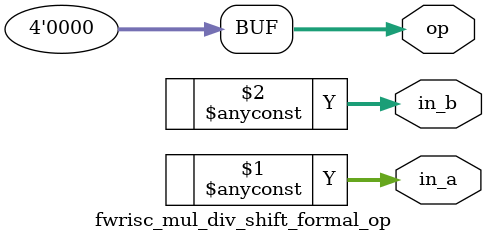
<source format=sv>

module fwrisc_mul_div_shift_formal_op(
		output[31:0]		in_a,
		output[31:0]		in_b,
		output[3:0]			op
		);
	
assign op = 4'b0000; // shl
assign in_a = $anyconst;
assign in_b = $anyconst;

endmodule

</source>
